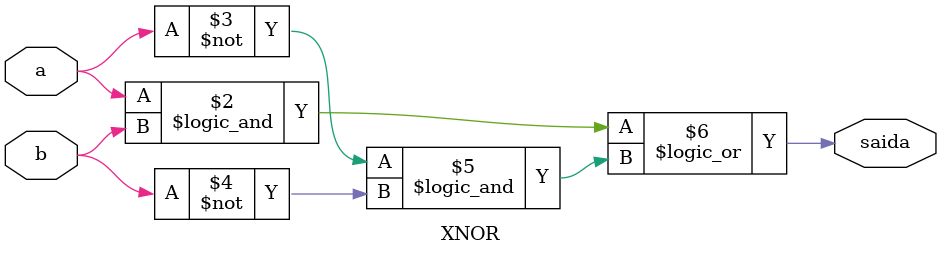
<source format=v>
module XNOR(a,b,saida);
		input a,b;
		output reg saida;
		
		always@(*) begin
			saida = (a && b) || (~a && ~b);
		end

endmodule

</source>
